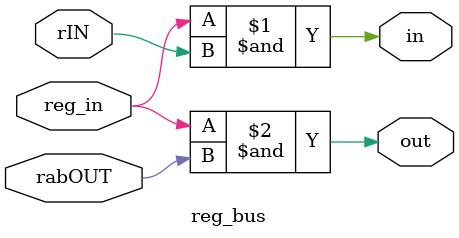
<source format=v>
module reg_file(input [11:0] ir_reg, input rIN, rOUT, baOUT, gra, grb, grc,
					 output r15_out, r14_out, r13_out, r12_out, r11_out, r10_out,
							  r9_out, r8_out, r7_out, r6_out, r5_out, r4_out, r3_out,
							  r2_out, r1_out, r0_out,
							  r15_in, r14_in, r13_in, r12_in, r11_in, r10_in, r9_in,
							  r8_in, r7_in, r6_in, r5_in, r4_in, r3_in, r2_in, r1_in,
							  r0_in);

	wire [3:0] ra_wire, rb_wire, rc_wire, decode_in;
	wire [15:0] select;
	wire rabOUT,
		 r15_select, r14_select, r13_select, r12_select, r11_select, r10_select,
		 r9_select, r8_select, r7_select, r6_select, r5_select, r4_select, r3_select,
		 r2_select, r1_select, r0_select;
	
	or(rabOUT, baOUT, rOUT);
	
	and(ra_wire, ir_reg[11:8], {gra, gra, gra, gra});
	and(rb_wire, ir_reg[7:4], {grb, grb, grb, grb});
	and(rc_wire, ir_reg[3:0], {grc, grc, grc, grc});
	assign decode_in = ra_wire | rb_wire | rc_wire;
	
	assign select = 15'b000000000000001 << decode_in;
	
	reg_bus r0(r0_out, r0_in, select[0], rIN, rabOUT);
	reg_bus r1(r1_out, r1_in, select[1], rIN, rabOUT);
	reg_bus r2(r2_out, r2_in, select[2], rIN, rabOUT);
	reg_bus r3(r3_out, r3_in, select[3], rIN, rabOUT);
	reg_bus r4(r4_out, r4_in, select[4], rIN, rabOUT);
	reg_bus r5(r5_out, r5_in, select[5], rIN, rabOUT);
	reg_bus r6(r6_out, r6_in, select[6], rIN, rabOUT);
	reg_bus r7(r7_out, r7_in, select[7], rIN, rabOUT);
	reg_bus r8(r8_out, r8_in, select[8], rIN, rabOUT);
	reg_bus r9(r9_out, r9_in, select[9], rIN, rabOUT);
	reg_bus r10(r10_out, r10_in, select[10], rIN, rabOUT);
	reg_bus r11(r11_out, r11_in, select[11], rIN, rabOUT);
	reg_bus r12(r12_out, r12_in, select[12], rIN, rabOUT);
	reg_bus r13(r13_out, r13_in, select[13], rIN, rabOUT);
	reg_bus r14(r14_out, r14_in, select[14], rIN, rabOUT);
	reg_bus r15(r15_out, r15_in, select[15], rIN, rabOUT);
	
endmodule


module reg_bus(output out, in, input reg_in, rIN, rabOUT);

	and(in, reg_in, rIN);
	and(out, reg_in, rabOUT);
	
endmodule
</source>
